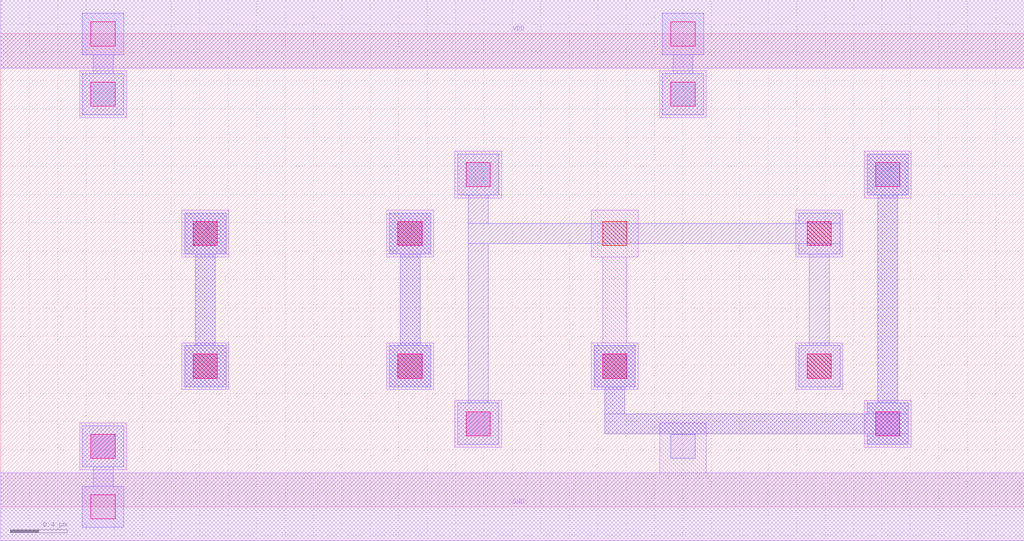
<source format=lef>
MACRO MARTIN1989
 CLASS CORE ;
 FOREIGN MARTIN1989 0 0 ;
 SIZE 7.2 BY 3.33 ;
 ORIGIN 0 0 ;
 SYMMETRY X Y R90 ;
 SITE unit ;
  PIN VDD
   DIRECTION INOUT ;
   USE POWER ;
   SHAPE ABUTMENT ;
    PORT
     CLASS CORE ;
       LAYER li1 ;
        RECT 0.00000000 3.09000000 7.20000000 3.57000000 ;
    END
  END VDD

  PIN GND
   DIRECTION INOUT ;
   USE POWER ;
   SHAPE ABUTMENT ;
    PORT
     CLASS CORE ;
       LAYER li1 ;
        RECT 0.00000000 -0.24000000 7.20000000 0.24000000 ;
    END
  END GND

  PIN C
   DIRECTION INOUT ;
   USE SIGNAL ;
   SHAPE ABUTMENT ;
    PORT
     CLASS CORE ;
       LAYER met1 ;
        RECT 6.09500000 0.44000000 6.38500000 0.51500000 ;
        RECT 4.25000000 0.51500000 6.38500000 0.65500000 ;
        RECT 6.09500000 0.65500000 6.38500000 0.73000000 ;
        RECT 4.25000000 0.65500000 4.39000000 0.84500000 ;
        RECT 4.17500000 0.84500000 4.46500000 1.13500000 ;
        RECT 6.17000000 0.73000000 6.31000000 2.19500000 ;
        RECT 6.09500000 2.19500000 6.38500000 2.48500000 ;
    END
  END C

  PIN A
   DIRECTION INOUT ;
   USE SIGNAL ;
   SHAPE ABUTMENT ;
    PORT
     CLASS CORE ;
       LAYER met1 ;
        RECT 1.29500000 0.84500000 1.58500000 1.13500000 ;
        RECT 1.37000000 1.13500000 1.51000000 1.78000000 ;
        RECT 1.29500000 1.78000000 1.58500000 2.07000000 ;
    END
  END A

  PIN B
   DIRECTION INOUT ;
   USE SIGNAL ;
   SHAPE ABUTMENT ;
    PORT
     CLASS CORE ;
       LAYER met1 ;
        RECT 2.73500000 0.84500000 3.02500000 1.13500000 ;
        RECT 2.81000000 1.13500000 2.95000000 1.78000000 ;
        RECT 2.73500000 1.78000000 3.02500000 2.07000000 ;
    END
  END B

 OBS
    LAYER polycont ;
     RECT 1.35500000 0.90500000 1.52500000 1.07500000 ;
     RECT 2.79500000 0.90500000 2.96500000 1.07500000 ;
     RECT 4.23500000 0.90500000 4.40500000 1.07500000 ;
     RECT 5.67500000 0.90500000 5.84500000 1.07500000 ;
     RECT 1.35500000 1.84000000 1.52500000 2.01000000 ;
     RECT 2.79500000 1.84000000 2.96500000 2.01000000 ;
     RECT 4.23500000 1.84000000 4.40500000 2.01000000 ;
     RECT 5.67500000 1.84000000 5.84500000 2.01000000 ;

    LAYER pdiffc ;
     RECT 3.27500000 2.25500000 3.44500000 2.42500000 ;
     RECT 6.15500000 2.25500000 6.32500000 2.42500000 ;
     RECT 0.63500000 2.82000000 0.80500000 2.99000000 ;
     RECT 4.71500000 2.82000000 4.88500000 2.99000000 ;

    LAYER ndiffc ;
     RECT 0.63500000 0.34000000 0.80500000 0.51000000 ;
     RECT 4.71500000 0.34000000 4.88500000 0.51000000 ;
     RECT 3.27500000 0.50000000 3.44500000 0.67000000 ;
     RECT 6.15500000 0.50000000 6.32500000 0.67000000 ;

    LAYER li1 ;
     RECT 0.55500000 0.26000000 0.88500000 0.59000000 ;
     RECT 0.00000000 -0.24000000 7.20000000 0.24000000 ;
     RECT 4.63500000 0.24000000 4.96500000 0.59000000 ;
     RECT 3.19500000 0.42000000 3.52500000 0.75000000 ;
     RECT 6.07500000 0.42000000 6.40500000 0.75000000 ;
     RECT 1.27500000 0.82500000 1.60500000 1.15500000 ;
     RECT 2.71500000 0.82500000 3.04500000 1.15500000 ;
     RECT 5.59500000 0.82500000 5.92500000 1.15500000 ;
     RECT 1.27500000 1.76000000 1.60500000 2.09000000 ;
     RECT 2.71500000 1.76000000 3.04500000 2.09000000 ;
     RECT 4.15500000 0.82500000 4.48500000 1.15500000 ;
     RECT 4.23500000 1.15500000 4.40500000 1.76000000 ;
     RECT 4.15500000 1.76000000 4.48500000 2.09000000 ;
     RECT 5.59500000 1.76000000 5.92500000 2.09000000 ;
     RECT 3.19500000 2.17500000 3.52500000 2.50500000 ;
     RECT 6.07500000 2.17500000 6.40500000 2.50500000 ;
     RECT 0.55500000 2.74000000 0.88500000 3.07000000 ;
     RECT 4.63500000 2.74000000 4.96500000 3.07000000 ;
     RECT 0.00000000 3.09000000 7.20000000 3.57000000 ;

    LAYER viali ;
     RECT 0.63500000 -0.08500000 0.80500000 0.08500000 ;
     RECT 0.63500000 0.34000000 0.80500000 0.51000000 ;
     RECT 3.27500000 0.50000000 3.44500000 0.67000000 ;
     RECT 6.15500000 0.50000000 6.32500000 0.67000000 ;
     RECT 1.35500000 0.90500000 1.52500000 1.07500000 ;
     RECT 2.79500000 0.90500000 2.96500000 1.07500000 ;
     RECT 4.23500000 0.90500000 4.40500000 1.07500000 ;
     RECT 5.67500000 0.90500000 5.84500000 1.07500000 ;
     RECT 1.35500000 1.84000000 1.52500000 2.01000000 ;
     RECT 2.79500000 1.84000000 2.96500000 2.01000000 ;
     RECT 5.67500000 1.84000000 5.84500000 2.01000000 ;
     RECT 3.27500000 2.25500000 3.44500000 2.42500000 ;
     RECT 6.15500000 2.25500000 6.32500000 2.42500000 ;
     RECT 0.63500000 2.82000000 0.80500000 2.99000000 ;
     RECT 4.71500000 2.82000000 4.88500000 2.99000000 ;
     RECT 0.63500000 3.24500000 0.80500000 3.41500000 ;
     RECT 4.71500000 3.24500000 4.88500000 3.41500000 ;

    LAYER met1 ;
     RECT 0.57500000 -0.14500000 0.86500000 0.14500000 ;
     RECT 0.65000000 0.14500000 0.79000000 0.28000000 ;
     RECT 0.57500000 0.28000000 0.86500000 0.57000000 ;
     RECT 1.29500000 0.84500000 1.58500000 1.13500000 ;
     RECT 1.37000000 1.13500000 1.51000000 1.78000000 ;
     RECT 1.29500000 1.78000000 1.58500000 2.07000000 ;
     RECT 2.73500000 0.84500000 3.02500000 1.13500000 ;
     RECT 2.81000000 1.13500000 2.95000000 1.78000000 ;
     RECT 2.73500000 1.78000000 3.02500000 2.07000000 ;
     RECT 3.21500000 0.44000000 3.50500000 0.73000000 ;
     RECT 5.61500000 0.84500000 5.90500000 1.13500000 ;
     RECT 5.69000000 1.13500000 5.83000000 1.78000000 ;
     RECT 3.29000000 0.73000000 3.43000000 1.85500000 ;
     RECT 5.61500000 1.78000000 5.90500000 1.85500000 ;
     RECT 3.29000000 1.85500000 5.90500000 1.99500000 ;
     RECT 5.61500000 1.99500000 5.90500000 2.07000000 ;
     RECT 3.29000000 1.99500000 3.43000000 2.19500000 ;
     RECT 3.21500000 2.19500000 3.50500000 2.48500000 ;
     RECT 6.09500000 0.44000000 6.38500000 0.51500000 ;
     RECT 4.25000000 0.51500000 6.38500000 0.65500000 ;
     RECT 6.09500000 0.65500000 6.38500000 0.73000000 ;
     RECT 4.25000000 0.65500000 4.39000000 0.84500000 ;
     RECT 4.17500000 0.84500000 4.46500000 1.13500000 ;
     RECT 6.17000000 0.73000000 6.31000000 2.19500000 ;
     RECT 6.09500000 2.19500000 6.38500000 2.48500000 ;
     RECT 0.57500000 2.76000000 0.86500000 3.05000000 ;
     RECT 0.65000000 3.05000000 0.79000000 3.18500000 ;
     RECT 0.57500000 3.18500000 0.86500000 3.47500000 ;
     RECT 4.65500000 2.76000000 4.94500000 3.05000000 ;
     RECT 4.73000000 3.05000000 4.87000000 3.18500000 ;
     RECT 4.65500000 3.18500000 4.94500000 3.47500000 ;

 END
END MARTIN1989

</source>
